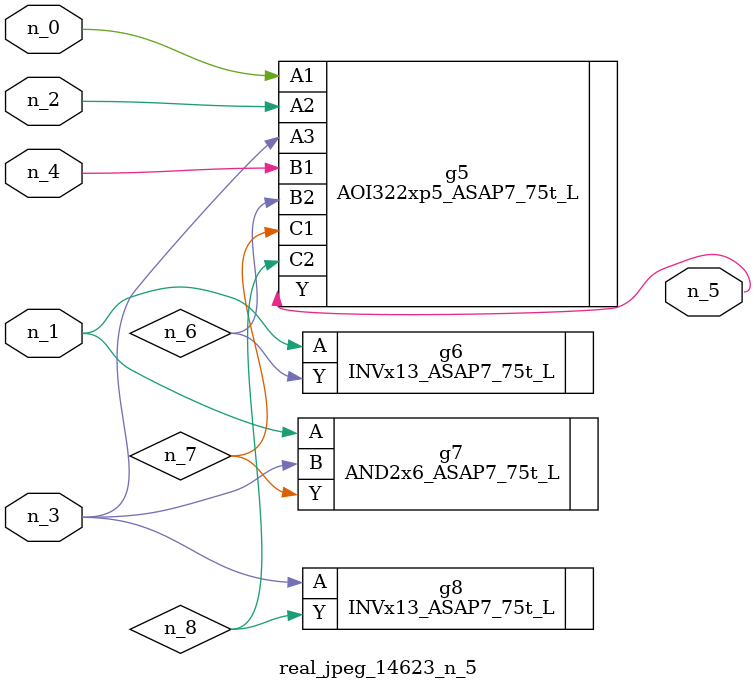
<source format=v>
module real_jpeg_14623_n_5 (n_4, n_0, n_1, n_2, n_3, n_5);

input n_4;
input n_0;
input n_1;
input n_2;
input n_3;

output n_5;

wire n_8;
wire n_6;
wire n_7;

AOI322xp5_ASAP7_75t_L g5 ( 
.A1(n_0),
.A2(n_2),
.A3(n_3),
.B1(n_4),
.B2(n_6),
.C1(n_7),
.C2(n_8),
.Y(n_5)
);

INVx13_ASAP7_75t_L g6 ( 
.A(n_1),
.Y(n_6)
);

AND2x6_ASAP7_75t_L g7 ( 
.A(n_1),
.B(n_3),
.Y(n_7)
);

INVx13_ASAP7_75t_L g8 ( 
.A(n_3),
.Y(n_8)
);


endmodule
</source>
